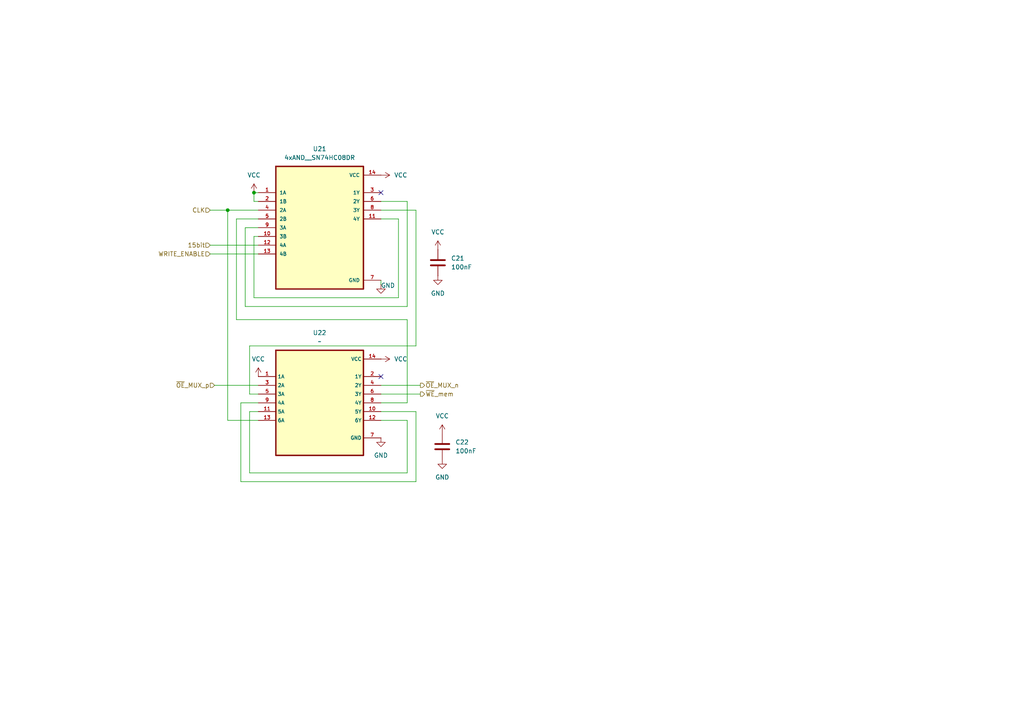
<source format=kicad_sch>
(kicad_sch (version 20250114) (generator "eeschema") (generator_version "9.0")
  (paper "A4")
  (title_block (title "MEMORY LOGIC"))
  (lib_symbols
    (symbol "Device:C" (pin_numbers (hide yes)) (pin_names (offset 0.254))
      (property "Reference" "C" (at 0.635 2.54 0))
      (property "Value" "C" (at 0.635 -2.54 0))
      (symbol "C_0_1"
        (polyline (pts (xy -2.032 0.762) (xy 2.032 0.762)) (stroke (width 0.508)))
        (polyline (pts (xy -2.032 -0.762) (xy 2.032 -0.762)) (stroke (width 0.508)))
      )
      (symbol "C_1_1"
        (pin passive line (at 0 3.81 270) (length 2.794) (name "~") (number "1"))
        (pin passive line (at 0 -3.81 90) (length 2.794) (name "~") (number "2"))
      )
    )
    (symbol "mALUch_lib:4xAND__SN74HC08DR" (pin_names (offset 1.016))
      (property "Reference" "U" (at -12.7 18.78 0))
      (property "Value" "4xAND__SN74HC08DR" (at -12.7 -21.78 0))
      (symbol "4xAND__SN74HC08DR_0_0"
        (rectangle (start -12.7 -17.78) (end 12.7 17.78) (stroke (width 0.41)) (fill (type background)))
        (pin input line (at -17.78 10.16 0) (length 5.08) (name "1A") (number "1"))
        (pin input line (at -17.78 7.62 0) (length 5.08) (name "1B") (number "2"))
        (pin input line (at -17.78 5.08 0) (length 5.08) (name "2A") (number "4"))
        (pin input line (at -17.78 2.54 0) (length 5.08) (name "2B") (number "5"))
        (pin input line (at -17.78 0 0) (length 5.08) (name "3A") (number "9"))
        (pin input line (at -17.78 -2.54 0) (length 5.08) (name "3B") (number "10"))
        (pin input line (at -17.78 -5.08 0) (length 5.08) (name "4A") (number "12"))
        (pin input line (at -17.78 -7.62 0) (length 5.08) (name "4B") (number "13"))
        (pin power_in line (at 17.78 15.24 180) (length 5.08) (name "VCC") (number "14"))
        (pin output line (at 17.78 10.16 180) (length 5.08) (name "1Y") (number "3"))
        (pin output line (at 17.78 7.62 180) (length 5.08) (name "2Y") (number "6"))
        (pin output line (at 17.78 5.08 180) (length 5.08) (name "3Y") (number "8"))
        (pin output line (at 17.78 2.54 180) (length 5.08) (name "4Y") (number "11"))
        (pin power_in line (at 17.78 -15.24 180) (length 5.08) (name "GND") (number "7"))
      )
    )
    (symbol "mALUch_lib:6xNOT__SN74HC04DR"
      (property "Reference" "U" (at 0 17.78 0))
      (symbol "6xNOT__SN74HC04DR_0_0"
        (rectangle (start -12.7 -15.24) (end 12.7 15.24) (stroke (width 0.41)) (fill (type background)))
        (pin input line (at -17.78 7.62 0) (length 5.08) (name "1A") (number "1"))
        (pin input line (at -17.78 5.08 0) (length 5.08) (name "2A") (number "3"))
        (pin input line (at -17.78 2.54 0) (length 5.08) (name "3A") (number "5"))
        (pin input line (at -17.78 0 0) (length 5.08) (name "4A") (number "9"))
        (pin input line (at -17.78 -2.54 0) (length 5.08) (name "5A") (number "11"))
        (pin input line (at -17.78 -5.08 0) (length 5.08) (name "6A") (number "13"))
        (pin power_in line (at 17.78 12.7 180) (length 5.08) (name "VCC") (number "14"))
        (pin output line (at 17.78 7.62 180) (length 5.08) (name "1Y") (number "2"))
        (pin output line (at 17.78 5.08 180) (length 5.08) (name "2Y") (number "4"))
        (pin output line (at 17.78 2.54 180) (length 5.08) (name "3Y") (number "6"))
        (pin output line (at 17.78 0 180) (length 5.08) (name "4Y") (number "8"))
        (pin output line (at 17.78 -2.54 180) (length 5.08) (name "5Y") (number "10"))
        (pin output line (at 17.78 -5.08 180) (length 5.08) (name "6Y") (number "12"))
        (pin power_in line (at 17.78 -10.16 180) (length 5.08) (name "GND") (number "7"))
      )
    )
    (symbol "power:GND" (power) (pin_numbers (hide yes)) (pin_names (offset 0) (hide yes))
      (property "Value" "GND" (at 0 -3.81 0))
      (symbol "GND_0_1"
        (polyline (pts (xy 0 0) (xy 0 -1.27) (xy 1.27 -1.27) (xy 0 -2.54) (xy -1.27 -1.27) (xy 0 -1.27)))
      )
      (symbol "GND_1_1"
        (pin power_in line (at 0 0 270) (length 0) (name "~") (number "1"))
      )
    )
    (symbol "power:VCC" (power) (pin_numbers (hide yes)) (pin_names (offset 0) (hide yes))
      (property "Value" "VCC" (at 0 3.556 0))
      (symbol "VCC_0_1"
        (polyline (pts (xy -0.762 1.27) (xy 0 2.54)))
        (polyline (pts (xy 0 2.54) (xy 0.762 1.27)))
        (polyline (pts (xy 0 0) (xy 0 2.54)))
      )
      (symbol "VCC_1_1"
        (pin power_in line (at 0 0 90) (length 0) (name "~") (number "1"))
      )
    )
  )
  (junction (at 73.66 55.88))
  (junction (at 66.04 60.96))
  (no_connect (at 110.49 109.22))
  (no_connect (at 110.49 55.88))
  (wire (pts (xy 110.49 121.92) (xy 118.11 121.92)))
  (wire (pts (xy 74.93 58.42) (xy 73.66 58.42)))
  (wire (pts (xy 73.66 55.88) (xy 74.93 55.88)))
  (wire (pts (xy 110.49 82.55) (xy 110.49 81.28)))
  (wire (pts (xy 118.11 92.71) (xy 68.58 92.71)))
  (wire (pts (xy 118.11 121.92) (xy 118.11 137.16)))
  (wire (pts (xy 118.11 88.9) (xy 71.12 88.9)))
  (wire (pts (xy 62.23 111.76) (xy 74.93 111.76)))
  (wire (pts (xy 72.39 137.16) (xy 72.39 119.38)))
  (wire (pts (xy 110.49 111.76) (xy 121.92 111.76)))
  (wire (pts (xy 118.11 58.42) (xy 118.11 88.9)))
  (wire (pts (xy 71.12 88.9) (xy 71.12 66.04)))
  (wire (pts (xy 73.66 58.42) (xy 73.66 55.88)))
  (wire (pts (xy 110.49 114.3) (xy 121.92 114.3)))
  (wire (pts (xy 120.65 139.7) (xy 69.85 139.7)))
  (wire (pts (xy 110.49 63.5) (xy 115.57 63.5)))
  (wire (pts (xy 60.96 73.66) (xy 74.93 73.66)))
  (wire (pts (xy 115.57 63.5) (xy 115.57 86.36)))
  (wire (pts (xy 74.93 114.3) (xy 72.39 114.3)))
  (wire (pts (xy 72.39 114.3) (xy 72.39 100.33)))
  (wire (pts (xy 120.65 100.33) (xy 120.65 60.96)))
  (wire (pts (xy 73.66 86.36) (xy 73.66 68.58)))
  (wire (pts (xy 68.58 92.71) (xy 68.58 63.5)))
  (wire (pts (xy 68.58 63.5) (xy 74.93 63.5)))
  (wire (pts (xy 110.49 58.42) (xy 118.11 58.42)))
  (wire (pts (xy 118.11 116.84) (xy 118.11 92.71)))
  (wire (pts (xy 73.66 68.58) (xy 74.93 68.58)))
  (wire (pts (xy 69.85 139.7) (xy 69.85 116.84)))
  (wire (pts (xy 110.49 116.84) (xy 118.11 116.84)))
  (wire (pts (xy 110.49 119.38) (xy 120.65 119.38)))
  (wire (pts (xy 60.96 60.96) (xy 66.04 60.96)))
  (wire (pts (xy 66.04 60.96) (xy 74.93 60.96)))
  (wire (pts (xy 120.65 119.38) (xy 120.65 139.7)))
  (wire (pts (xy 71.12 66.04) (xy 74.93 66.04)))
  (wire (pts (xy 72.39 100.33) (xy 120.65 100.33)))
  (wire (pts (xy 72.39 119.38) (xy 74.93 119.38)))
  (wire (pts (xy 66.04 121.92) (xy 66.04 60.96)))
  (wire (pts (xy 60.96 71.12) (xy 74.93 71.12)))
  (wire (pts (xy 69.85 116.84) (xy 74.93 116.84)))
  (wire (pts (xy 118.11 137.16) (xy 72.39 137.16)))
  (wire (pts (xy 115.57 86.36) (xy 73.66 86.36)))
  (wire (pts (xy 74.93 121.92) (xy 66.04 121.92)))
  (wire (pts (xy 110.49 60.96) (xy 120.65 60.96)))
  (hierarchical_label "~{OE}_MUX_n" (shape output) (at 121.92 111.76 0))
  (hierarchical_label "~{OE}_MUX_p" (shape input) (at 62.23 111.76 180))
  (hierarchical_label "~{WE}_mem" (shape output) (at 121.92 114.3 0))
  (hierarchical_label "CLK" (shape input) (at 60.96 60.96 180))
  (hierarchical_label "15bit" (shape input) (at 60.96 71.12 180))
  (hierarchical_label "WRITE_ENABLE" (shape input) (at 60.96 73.66 180))
  (symbol (lib_id "Device:C") (at 127 76.2 180) (unit 1)
    (property "Reference" "C21" (at 130.81 74.9299 0) (effects (justify right)))
    (property "Value" "100nF" (at 130.81 77.4699 0) (effects (justify right)))
    (property "Description" "Unpolarized capacitor" (effects (hide yes)))
  )
  (symbol (lib_id "power:VCC") (at 73.66 55.88 0) (unit 1)
    (property "Reference" "#PWR0105" (effects (hide yes)))
    (property "Value" "VCC" (at 73.66 50.8 0))
    (property "Description" "Power symbol creates a global label with name \"VCC\"" (effects (hide yes)))
  )
  (symbol (lib_id "Device:C") (at 128.27 129.54 180) (unit 1)
    (property "Reference" "C22" (at 132.08 128.2699 0) (effects (justify right)))
    (property "Value" "100nF" (at 132.08 130.8099 0) (effects (justify right)))
    (property "Description" "Unpolarized capacitor" (effects (hide yes)))
  )
  (symbol (lib_id "power:GND") (at 128.27 133.35 0) (unit 1)
    (property "Reference" "#PWR0114" (effects (hide yes)))
    (property "Value" "GND" (at 128.27 138.43 0))
    (property "Description" "Power symbol creates a global label with name \"GND\" , ground" (effects (hide yes)))
  )
  (symbol (lib_id "power:VCC") (at 110.49 50.8 270) (unit 1)
    (property "Reference" "#PWR0107" (effects (hide yes)))
    (property "Value" "VCC" (at 114.3 50.7999 90) (effects (justify left)))
    (property "Description" "Power symbol creates a global label with name \"VCC\"" (effects (hide yes)))
  )
  (symbol (lib_id "power:VCC") (at 128.27 125.73 0) (unit 1)
    (property "Reference" "#PWR0113" (effects (hide yes)))
    (property "Value" "VCC" (at 128.27 120.65 0))
    (property "Description" "Power symbol creates a global label with name \"VCC\"" (effects (hide yes)))
  )
  (symbol (lib_id "mALUch_lib:4xAND__SN74HC08DR") (at 92.71 66.04 0) (unit 1)
    (property "Reference" "U21" (at 92.71 43.18 0))
    (property "Value" "4xAND__SN74HC08DR" (at 92.71 45.72 0))
    (property "Footprint" "mALUch_lib:SOIC127P600X175-14N" (effects (hide yes)))
    (property "MF" "Texas Instruments" (effects (hide yes)))
    (property "Description_1" "4-ch, 2-input, 2-V to 6-V 5.2 mA drive strength AND gate" (effects (hide yes)))
    (property "Package" "SOIC-14 Texas Instruments" (effects (hide yes)))
    (property "Price" "None" (effects (hide yes)))
    (property "SnapEDA_Link" "https://www.snapeda.com/parts/SN74HC08DR/Texas+Instruments/view-part/?ref=snap" (effects (hide yes)))
    (property "MP" "SN74HC08DR" (effects (hide yes)))
    (property "Availability" "In Stock" (effects (hide yes)))
    (property "Check_prices" "https://www.snapeda.com/parts/SN74HC08DR/Texas+Instruments/view-part/?ref=eda" (effects (hide yes)))
  )
  (symbol (lib_id "power:GND") (at 127 80.01 0) (unit 1)
    (property "Reference" "#PWR0112" (effects (hide yes)))
    (property "Value" "GND" (at 127 85.09 0))
    (property "Description" "Power symbol creates a global label with name \"GND\" , ground" (effects (hide yes)))
  )
  (symbol (lib_id "power:VCC") (at 127 72.39 0) (unit 1)
    (property "Reference" "#PWR0111" (effects (hide yes)))
    (property "Value" "VCC" (at 127 67.31 0))
    (property "Description" "Power symbol creates a global label with name \"VCC\"" (effects (hide yes)))
  )
  (symbol (lib_id "mALUch_lib:6xNOT__SN74HC04DR") (at 92.71 116.84 0) (unit 1)
    (property "Reference" "U22" (at 92.71 96.52 0))
    (property "Value" "~" (at 92.71 99.06 0))
    (property "Footprint" "mALUch_lib:SOIC127P600X175-14N" (effects (hide yes)))
    (property "Datasheet" "https://www.ti.com/lit/ds/symlink/sn74hc04.pdf?ts=1728464704684&ref_url=https%253A%252F%252Fwww.ti.com%252Fproduct%252FSN74HC04%253Futm_source%253Dgoogle%2526utm_medium%253Dcpc%2526utm_campaign%253Dasc-null-null-GPN_EN-cpc-pf-google-wwe%2526utm_content%253DSN74HC04%2526ds_k%253DSN74HC04+Datasheet%2526DCM%253Dyes%2526gad_source%253D1%2526gclid%253DEAIaIQobChMIgYuX0viAiQMV8zsGAB3dwROmEAAYASAAEgJbSPD_BwE%2526gclsrc%253Daw.ds" (effects (hide yes)))
    (property "TME" "https://www.tme.eu/pl/details/sn74hc04dr/bramki-inwertery/texas-instruments/" (effects (hide yes)))
  )
  (symbol (lib_id "power:VCC") (at 74.93 109.22 0) (unit 1)
    (property "Reference" "#PWR0106" (effects (hide yes)))
    (property "Value" "VCC" (at 74.93 104.14 0))
    (property "Description" "Power symbol creates a global label with name \"VCC\"" (effects (hide yes)))
  )
  (symbol (lib_id "power:GND") (at 110.49 82.55 0) (unit 1)
    (property "Reference" "#PWR0108" (effects (hide yes)))
    (property "Value" "GND" (at 112.522 82.804 0))
    (property "Description" "Power symbol creates a global label with name \"GND\" , ground" (effects (hide yes)))
  )
  (symbol (lib_id "power:GND") (at 110.49 127 0) (unit 1)
    (property "Reference" "#PWR0110" (effects (hide yes)))
    (property "Value" "GND" (at 110.49 132.08 0))
    (property "Description" "Power symbol creates a global label with name \"GND\" , ground" (effects (hide yes)))
  )
  (symbol (lib_id "power:VCC") (at 110.49 104.14 270) (unit 1)
    (property "Reference" "#PWR0109" (effects (hide yes)))
    (property "Value" "VCC" (at 114.3 104.1399 90) (effects (justify left)))
    (property "Description" "Power symbol creates a global label with name \"VCC\"" (effects (hide yes)))
  )
)
</source>
